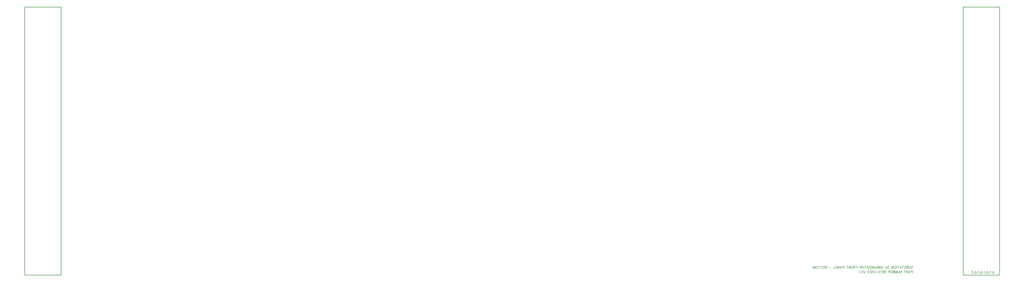
<source format=gbo>
G04 Layer: BottomSilkscreenLayer*
G04 EasyEDA v6.5.34, 2023-08-21 18:11:39*
G04 b0c215f11f5c46fba8be08c724f20454,5a6b42c53f6a479593ecc07194224c93,10*
G04 Gerber Generator version 0.2*
G04 Scale: 100 percent, Rotated: No, Reflected: No *
G04 Dimensions in millimeters *
G04 leading zeros omitted , absolute positions ,4 integer and 5 decimal *
%FSLAX45Y45*%
%MOMM*%

%ADD10C,0.2032*%
%ADD11C,0.1520*%
%ADD12C,0.2540*%

%LPD*%
D10*
X43954522Y209938D02*
G01*
X43954522Y95394D01*
X43954522Y209938D02*
G01*
X43905431Y209938D01*
X43889068Y204485D01*
X43883613Y199031D01*
X43878159Y188122D01*
X43878159Y171757D01*
X43883613Y160849D01*
X43889068Y155394D01*
X43905431Y149938D01*
X43954522Y149938D01*
X43798523Y209938D02*
G01*
X43842157Y95394D01*
X43798523Y209938D02*
G01*
X43754885Y95394D01*
X43825795Y133576D02*
G01*
X43771251Y133576D01*
X43718886Y209938D02*
G01*
X43718886Y95394D01*
X43718886Y209938D02*
G01*
X43669795Y209938D01*
X43653433Y204485D01*
X43647977Y199031D01*
X43642522Y188122D01*
X43642522Y177213D01*
X43647977Y166303D01*
X43653433Y160849D01*
X43669795Y155394D01*
X43718886Y155394D01*
X43680705Y155394D02*
G01*
X43642522Y95394D01*
X43568340Y209938D02*
G01*
X43568340Y95394D01*
X43606521Y209938D02*
G01*
X43530159Y209938D01*
X43410159Y209938D02*
G01*
X43410159Y95394D01*
X43410159Y209938D02*
G01*
X43333797Y95394D01*
X43333797Y209938D02*
G01*
X43333797Y95394D01*
X43297795Y209938D02*
G01*
X43297795Y128122D01*
X43292341Y111757D01*
X43281432Y100849D01*
X43265069Y95394D01*
X43254160Y95394D01*
X43237795Y100849D01*
X43226888Y111757D01*
X43221432Y128122D01*
X43221432Y209938D01*
X43185433Y209938D02*
G01*
X43185433Y95394D01*
X43185433Y209938D02*
G01*
X43141795Y95394D01*
X43098161Y209938D02*
G01*
X43141795Y95394D01*
X43098161Y209938D02*
G01*
X43098161Y95394D01*
X43062159Y209938D02*
G01*
X43062159Y95394D01*
X43062159Y209938D02*
G01*
X43013068Y209938D01*
X42996705Y204485D01*
X42991252Y199031D01*
X42985796Y188122D01*
X42985796Y177213D01*
X42991252Y166303D01*
X42996705Y160849D01*
X43013068Y155394D01*
X43062159Y155394D02*
G01*
X43013068Y155394D01*
X42996705Y149938D01*
X42991252Y144485D01*
X42985796Y133576D01*
X42985796Y117213D01*
X42991252Y106304D01*
X42996705Y100849D01*
X43013068Y95394D01*
X43062159Y95394D01*
X42949797Y209938D02*
G01*
X42949797Y95394D01*
X42949797Y209938D02*
G01*
X42878888Y209938D01*
X42949797Y155394D02*
G01*
X42906160Y155394D01*
X42949797Y95394D02*
G01*
X42878888Y95394D01*
X42842888Y209938D02*
G01*
X42842888Y95394D01*
X42842888Y209938D02*
G01*
X42793798Y209938D01*
X42777432Y204485D01*
X42771979Y199031D01*
X42766523Y188122D01*
X42766523Y177213D01*
X42771979Y166303D01*
X42777432Y160849D01*
X42793798Y155394D01*
X42842888Y155394D01*
X42804707Y155394D02*
G01*
X42766523Y95394D01*
X42646523Y188122D02*
G01*
X42635614Y193575D01*
X42619251Y209938D01*
X42619251Y95394D01*
X42555980Y209938D02*
G01*
X42572343Y204485D01*
X42577796Y193575D01*
X42577796Y182666D01*
X42572343Y171757D01*
X42561433Y166303D01*
X42539615Y160849D01*
X42523252Y155394D01*
X42512343Y144485D01*
X42506889Y133576D01*
X42506889Y117213D01*
X42512343Y106304D01*
X42517796Y100849D01*
X42534161Y95394D01*
X42555980Y95394D01*
X42572343Y100849D01*
X42577796Y106304D01*
X42583252Y117213D01*
X42583252Y133576D01*
X42577796Y144485D01*
X42566889Y155394D01*
X42550524Y160849D01*
X42528705Y166303D01*
X42517796Y171757D01*
X42512343Y182666D01*
X42512343Y193575D01*
X42517796Y204485D01*
X42534161Y209938D01*
X42555980Y209938D01*
X42394525Y209938D02*
G01*
X42449071Y95394D01*
X42470887Y209938D02*
G01*
X42394525Y209938D01*
X42325798Y209938D02*
G01*
X42342160Y204485D01*
X42353069Y188122D01*
X42358525Y160849D01*
X42358525Y144485D01*
X42353069Y117213D01*
X42342160Y100849D01*
X42325798Y95394D01*
X42314888Y95394D01*
X42298526Y100849D01*
X42287616Y117213D01*
X42282160Y144485D01*
X42282160Y160849D01*
X42287616Y188122D01*
X42298526Y204485D01*
X42314888Y209938D01*
X42325798Y209938D01*
X42246161Y144485D02*
G01*
X42147980Y144485D01*
X42079252Y209938D02*
G01*
X42095615Y204485D01*
X42106524Y188122D01*
X42111980Y160849D01*
X42111980Y144485D01*
X42106524Y117213D01*
X42095615Y100849D01*
X42079252Y95394D01*
X42068343Y95394D01*
X42051980Y100849D01*
X42041071Y117213D01*
X42035615Y144485D01*
X42035615Y160849D01*
X42041071Y188122D01*
X42051980Y204485D01*
X42068343Y209938D01*
X42079252Y209938D01*
X41999616Y188122D02*
G01*
X41988706Y193575D01*
X41972344Y209938D01*
X41972344Y95394D01*
X41903616Y209938D02*
G01*
X41919979Y204485D01*
X41930888Y188122D01*
X41936344Y160849D01*
X41936344Y144485D01*
X41930888Y117213D01*
X41919979Y100849D01*
X41903616Y95394D01*
X41892707Y95394D01*
X41876345Y100849D01*
X41865435Y117213D01*
X41859979Y144485D01*
X41859979Y160849D01*
X41865435Y188122D01*
X41876345Y204485D01*
X41892707Y209938D01*
X41903616Y209938D01*
X41813071Y209938D02*
G01*
X41753071Y209938D01*
X41785799Y166303D01*
X41769436Y166303D01*
X41758527Y160849D01*
X41753071Y155394D01*
X41747617Y139031D01*
X41747617Y128122D01*
X41753071Y111757D01*
X41763980Y100849D01*
X41780345Y95394D01*
X41796708Y95394D01*
X41813071Y100849D01*
X41818526Y106304D01*
X41823980Y117213D01*
X41627618Y209938D02*
G01*
X41583980Y95394D01*
X41540346Y209938D02*
G01*
X41583980Y95394D01*
X41471618Y209938D02*
G01*
X41487981Y204485D01*
X41498890Y188122D01*
X41504344Y160849D01*
X41504344Y144485D01*
X41498890Y117213D01*
X41487981Y100849D01*
X41471618Y95394D01*
X41460709Y95394D01*
X41444344Y100849D01*
X41433437Y117213D01*
X41427981Y144485D01*
X41427981Y160849D01*
X41433437Y188122D01*
X41444344Y204485D01*
X41460709Y209938D01*
X41471618Y209938D01*
X41386526Y122666D02*
G01*
X41391982Y117213D01*
X41386526Y111757D01*
X41381072Y117213D01*
X41386526Y122666D01*
X41345073Y188122D02*
G01*
X41334164Y193575D01*
X41317799Y209938D01*
X41317799Y95394D01*
X43890773Y422150D02*
G01*
X43901682Y433059D01*
X43918045Y438513D01*
X43939863Y438513D01*
X43956226Y433059D01*
X43967135Y422150D01*
X43967135Y411241D01*
X43961682Y400331D01*
X43956226Y394878D01*
X43945317Y389423D01*
X43912589Y378513D01*
X43901682Y373059D01*
X43896226Y367606D01*
X43890773Y356697D01*
X43890773Y340332D01*
X43901682Y329423D01*
X43918045Y323969D01*
X43939863Y323969D01*
X43956226Y329423D01*
X43967135Y340332D01*
X43854771Y438513D02*
G01*
X43854771Y356697D01*
X43849317Y340332D01*
X43838408Y329423D01*
X43822045Y323969D01*
X43811136Y323969D01*
X43794771Y329423D01*
X43783864Y340332D01*
X43778408Y356697D01*
X43778408Y438513D01*
X43742409Y438513D02*
G01*
X43742409Y323969D01*
X43742409Y438513D02*
G01*
X43693318Y438513D01*
X43676953Y433059D01*
X43671500Y427606D01*
X43666046Y416697D01*
X43666046Y405787D01*
X43671500Y394878D01*
X43676953Y389423D01*
X43693318Y383969D01*
X43742409Y383969D02*
G01*
X43693318Y383969D01*
X43676953Y378513D01*
X43671500Y373059D01*
X43666046Y362150D01*
X43666046Y345787D01*
X43671500Y334878D01*
X43676953Y329423D01*
X43693318Y323969D01*
X43742409Y323969D01*
X43553682Y422150D02*
G01*
X43564591Y433059D01*
X43580954Y438513D01*
X43602772Y438513D01*
X43619136Y433059D01*
X43630044Y422150D01*
X43630044Y411241D01*
X43624591Y400331D01*
X43619136Y394878D01*
X43608226Y389423D01*
X43575500Y378513D01*
X43564591Y373059D01*
X43559135Y367606D01*
X43553682Y356697D01*
X43553682Y340332D01*
X43564591Y329423D01*
X43580954Y323969D01*
X43602772Y323969D01*
X43619136Y329423D01*
X43630044Y340332D01*
X43479501Y438513D02*
G01*
X43479501Y323969D01*
X43517682Y438513D02*
G01*
X43441317Y438513D01*
X43361683Y438513D02*
G01*
X43405318Y323969D01*
X43361683Y438513D02*
G01*
X43318046Y323969D01*
X43388955Y362150D02*
G01*
X43334409Y362150D01*
X43243865Y438513D02*
G01*
X43243865Y323969D01*
X43282047Y438513D02*
G01*
X43205681Y438513D01*
X43169682Y438513D02*
G01*
X43169682Y323969D01*
X43100955Y438513D02*
G01*
X43111864Y433059D01*
X43122773Y422150D01*
X43128227Y411241D01*
X43133683Y394878D01*
X43133683Y367606D01*
X43128227Y351241D01*
X43122773Y340332D01*
X43111864Y329423D01*
X43100955Y323969D01*
X43079136Y323969D01*
X43068227Y329423D01*
X43057320Y340332D01*
X43051864Y351241D01*
X43046411Y367606D01*
X43046411Y394878D01*
X43051864Y411241D01*
X43057320Y422150D01*
X43068227Y433059D01*
X43079136Y438513D01*
X43100955Y438513D01*
X43010409Y438513D02*
G01*
X43010409Y323969D01*
X43010409Y438513D02*
G01*
X42934046Y323969D01*
X42934046Y438513D02*
G01*
X42934046Y323969D01*
X42803137Y438513D02*
G01*
X42743137Y438513D01*
X42775865Y394878D01*
X42759502Y394878D01*
X42748593Y389423D01*
X42743137Y383969D01*
X42737684Y367606D01*
X42737684Y356697D01*
X42743137Y340332D01*
X42754047Y329423D01*
X42770409Y323969D01*
X42786774Y323969D01*
X42803137Y329423D01*
X42808593Y334878D01*
X42814046Y345787D01*
X42701684Y438513D02*
G01*
X42701684Y356697D01*
X42696229Y340332D01*
X42685319Y329423D01*
X42668957Y323969D01*
X42658047Y323969D01*
X42641685Y329423D01*
X42630775Y340332D01*
X42625319Y356697D01*
X42625319Y438513D01*
X42461685Y438513D02*
G01*
X42505320Y323969D01*
X42461685Y438513D02*
G01*
X42418048Y323969D01*
X42488957Y362150D02*
G01*
X42434410Y362150D01*
X42382048Y438513D02*
G01*
X42382048Y323969D01*
X42382048Y438513D02*
G01*
X42305683Y323969D01*
X42305683Y438513D02*
G01*
X42305683Y323969D01*
X42269684Y438513D02*
G01*
X42269684Y323969D01*
X42269684Y438513D02*
G01*
X42193321Y323969D01*
X42193321Y438513D02*
G01*
X42193321Y323969D01*
X42157322Y438513D02*
G01*
X42157322Y356697D01*
X42151866Y340332D01*
X42140957Y329423D01*
X42124594Y323969D01*
X42113685Y323969D01*
X42097322Y329423D01*
X42086413Y340332D01*
X42080957Y356697D01*
X42080957Y438513D01*
X42044957Y438513D02*
G01*
X42044957Y323969D01*
X42044957Y438513D02*
G01*
X41968595Y323969D01*
X41968595Y438513D02*
G01*
X41968595Y323969D01*
X41850777Y411241D02*
G01*
X41856230Y422150D01*
X41867140Y433059D01*
X41878049Y438513D01*
X41899867Y438513D01*
X41910777Y433059D01*
X41921686Y422150D01*
X41927139Y411241D01*
X41932593Y394878D01*
X41932593Y367606D01*
X41927139Y351241D01*
X41921686Y340332D01*
X41910777Y329423D01*
X41899867Y323969D01*
X41878049Y323969D01*
X41867140Y329423D01*
X41856230Y340332D01*
X41850777Y351241D01*
X41814775Y438513D02*
G01*
X41814775Y323969D01*
X41735141Y438513D02*
G01*
X41778775Y323969D01*
X41735141Y438513D02*
G01*
X41691504Y323969D01*
X41762413Y362150D02*
G01*
X41707866Y362150D01*
X41617323Y438513D02*
G01*
X41617323Y323969D01*
X41655504Y438513D02*
G01*
X41579139Y438513D01*
X41510412Y438513D02*
G01*
X41521321Y433059D01*
X41532230Y422150D01*
X41537686Y411241D01*
X41543140Y394878D01*
X41543140Y367606D01*
X41537686Y351241D01*
X41532230Y340332D01*
X41521321Y329423D01*
X41510412Y323969D01*
X41488596Y323969D01*
X41477686Y329423D01*
X41466777Y340332D01*
X41461321Y351241D01*
X41455868Y367606D01*
X41455868Y394878D01*
X41461321Y411241D01*
X41466777Y422150D01*
X41477686Y433059D01*
X41488596Y438513D01*
X41510412Y438513D01*
X41419868Y438513D02*
G01*
X41419868Y323969D01*
X41419868Y438513D02*
G01*
X41370778Y438513D01*
X41354413Y433059D01*
X41348959Y427606D01*
X41343503Y416697D01*
X41343503Y405787D01*
X41348959Y394878D01*
X41354413Y389423D01*
X41370778Y383969D01*
X41419868Y383969D01*
X41381687Y383969D02*
G01*
X41343503Y323969D01*
X41223504Y438513D02*
G01*
X41223504Y323969D01*
X41223504Y438513D02*
G01*
X41152594Y438513D01*
X41223504Y383969D02*
G01*
X41179869Y383969D01*
X41116595Y438513D02*
G01*
X41116595Y323969D01*
X41116595Y438513D02*
G01*
X41067504Y438513D01*
X41051142Y433059D01*
X41045686Y427606D01*
X41040232Y416697D01*
X41040232Y405787D01*
X41045686Y394878D01*
X41051142Y389423D01*
X41067504Y383969D01*
X41116595Y383969D01*
X41078414Y383969D02*
G01*
X41040232Y323969D01*
X40971505Y438513D02*
G01*
X40982414Y433059D01*
X40993324Y422150D01*
X40998777Y411241D01*
X41004233Y394878D01*
X41004233Y367606D01*
X40998777Y351241D01*
X40993324Y340332D01*
X40982414Y329423D01*
X40971505Y323969D01*
X40949686Y323969D01*
X40938777Y329423D01*
X40927868Y340332D01*
X40922414Y351241D01*
X40916959Y367606D01*
X40916959Y394878D01*
X40922414Y411241D01*
X40927868Y422150D01*
X40938777Y433059D01*
X40949686Y438513D01*
X40971505Y438513D01*
X40880959Y438513D02*
G01*
X40880959Y323969D01*
X40880959Y438513D02*
G01*
X40804597Y323969D01*
X40804597Y438513D02*
G01*
X40804597Y323969D01*
X40730413Y438513D02*
G01*
X40730413Y323969D01*
X40768597Y438513D02*
G01*
X40692232Y438513D01*
X40572232Y438513D02*
G01*
X40572232Y323969D01*
X40572232Y438513D02*
G01*
X40523142Y438513D01*
X40506779Y433059D01*
X40501323Y427606D01*
X40495870Y416697D01*
X40495870Y400331D01*
X40501323Y389423D01*
X40506779Y383969D01*
X40523142Y378513D01*
X40572232Y378513D01*
X40416233Y438513D02*
G01*
X40459870Y323969D01*
X40416233Y438513D02*
G01*
X40372596Y323969D01*
X40443505Y362150D02*
G01*
X40388961Y362150D01*
X40336597Y438513D02*
G01*
X40336597Y323969D01*
X40336597Y438513D02*
G01*
X40260234Y323969D01*
X40260234Y438513D02*
G01*
X40260234Y323969D01*
X40224235Y438513D02*
G01*
X40224235Y323969D01*
X40224235Y438513D02*
G01*
X40153325Y438513D01*
X40224235Y383969D02*
G01*
X40180597Y383969D01*
X40224235Y323969D02*
G01*
X40153325Y323969D01*
X40117326Y438513D02*
G01*
X40117326Y323969D01*
X40117326Y323969D02*
G01*
X40051870Y323969D01*
X39931870Y373059D02*
G01*
X39833689Y373059D01*
X39713689Y438513D02*
G01*
X39713689Y323969D01*
X39713689Y438513D02*
G01*
X39664599Y438513D01*
X39648234Y433059D01*
X39642780Y427606D01*
X39637327Y416697D01*
X39637327Y405787D01*
X39642780Y394878D01*
X39648234Y389423D01*
X39664599Y383969D01*
X39713689Y383969D02*
G01*
X39664599Y383969D01*
X39648234Y378513D01*
X39642780Y373059D01*
X39637327Y362150D01*
X39637327Y345787D01*
X39642780Y334878D01*
X39648234Y329423D01*
X39664599Y323969D01*
X39713689Y323969D01*
X39568600Y438513D02*
G01*
X39579509Y433059D01*
X39590416Y422150D01*
X39595872Y411241D01*
X39601325Y394878D01*
X39601325Y367606D01*
X39595872Y351241D01*
X39590416Y340332D01*
X39579509Y329423D01*
X39568600Y323969D01*
X39546781Y323969D01*
X39535872Y329423D01*
X39524962Y340332D01*
X39519509Y351241D01*
X39514053Y367606D01*
X39514053Y394878D01*
X39519509Y411241D01*
X39524962Y422150D01*
X39535872Y433059D01*
X39546781Y438513D01*
X39568600Y438513D01*
X39439872Y438513D02*
G01*
X39439872Y323969D01*
X39478054Y438513D02*
G01*
X39401691Y438513D01*
X39327508Y438513D02*
G01*
X39327508Y323969D01*
X39365689Y438513D02*
G01*
X39289327Y438513D01*
X39220599Y438513D02*
G01*
X39231509Y433059D01*
X39242418Y422150D01*
X39247871Y411241D01*
X39253327Y394878D01*
X39253327Y367606D01*
X39247871Y351241D01*
X39242418Y340332D01*
X39231509Y329423D01*
X39220599Y323969D01*
X39198781Y323969D01*
X39187871Y329423D01*
X39176962Y340332D01*
X39171509Y351241D01*
X39166055Y367606D01*
X39166055Y394878D01*
X39171509Y411241D01*
X39176962Y422150D01*
X39187871Y433059D01*
X39198781Y438513D01*
X39220599Y438513D01*
X39130053Y438513D02*
G01*
X39130053Y323969D01*
X39130053Y438513D02*
G01*
X39086419Y323969D01*
X39042781Y438513D02*
G01*
X39086419Y323969D01*
X39042781Y438513D02*
G01*
X39042781Y323969D01*
D11*
X47974143Y191551D02*
G01*
X47974143Y108424D01*
X47979340Y92837D01*
X47984534Y87642D01*
X47994925Y82448D01*
X48005316Y82448D01*
X48015707Y87642D01*
X48020904Y92837D01*
X48026099Y108424D01*
X48026099Y118816D01*
X47939853Y191551D02*
G01*
X47939853Y82448D01*
X47939853Y82448D02*
G01*
X47877509Y82448D01*
X47765286Y165574D02*
G01*
X47770483Y175966D01*
X47780874Y186357D01*
X47791263Y191551D01*
X47812045Y191551D01*
X47822436Y186357D01*
X47832827Y175966D01*
X47838024Y165574D01*
X47843219Y149987D01*
X47843219Y124010D01*
X47838024Y108424D01*
X47832827Y98033D01*
X47822436Y87642D01*
X47812045Y82448D01*
X47791263Y82448D01*
X47780874Y87642D01*
X47770483Y98033D01*
X47765286Y108424D01*
X47679043Y191551D02*
G01*
X47679043Y108424D01*
X47684237Y92837D01*
X47689434Y87642D01*
X47699823Y82448D01*
X47710214Y82448D01*
X47720605Y87642D01*
X47725802Y92837D01*
X47730996Y108424D01*
X47730996Y118816D01*
X47644753Y191551D02*
G01*
X47644753Y82448D01*
X47644753Y82448D02*
G01*
X47582406Y82448D01*
X47470184Y165574D02*
G01*
X47475381Y175966D01*
X47485772Y186357D01*
X47496163Y191551D01*
X47516943Y191551D01*
X47527334Y186357D01*
X47537725Y175966D01*
X47542922Y165574D01*
X47548116Y149987D01*
X47548116Y124010D01*
X47542922Y108424D01*
X47537725Y98033D01*
X47527334Y87642D01*
X47516943Y82448D01*
X47496163Y82448D01*
X47485772Y87642D01*
X47475381Y98033D01*
X47470184Y108424D01*
X47383941Y191551D02*
G01*
X47383941Y108424D01*
X47389135Y92837D01*
X47394332Y87642D01*
X47404723Y82448D01*
X47415114Y82448D01*
X47425503Y87642D01*
X47430700Y92837D01*
X47435894Y108424D01*
X47435894Y118816D01*
X47349651Y191551D02*
G01*
X47349651Y82448D01*
X47349651Y82448D02*
G01*
X47287304Y82448D01*
X47175084Y165574D02*
G01*
X47180279Y175966D01*
X47190670Y186357D01*
X47201061Y191551D01*
X47221843Y191551D01*
X47232234Y186357D01*
X47242623Y175966D01*
X47247820Y165574D01*
X47253014Y149987D01*
X47253014Y124010D01*
X47247820Y108424D01*
X47242623Y98033D01*
X47232234Y87642D01*
X47221843Y82448D01*
X47201061Y82448D01*
X47190670Y87642D01*
X47180279Y98033D01*
X47175084Y108424D01*
X47088839Y191551D02*
G01*
X47088839Y108424D01*
X47094033Y92837D01*
X47099230Y87642D01*
X47109621Y82448D01*
X47120012Y82448D01*
X47130403Y87642D01*
X47135597Y92837D01*
X47140794Y108424D01*
X47140794Y118816D01*
X47054549Y191551D02*
G01*
X47054549Y82448D01*
X47054549Y82448D02*
G01*
X46992204Y82448D01*
X46879982Y165574D02*
G01*
X46885176Y175966D01*
X46895567Y186357D01*
X46905959Y191551D01*
X46926741Y191551D01*
X46937132Y186357D01*
X46947523Y175966D01*
X46952717Y165574D01*
X46957914Y149987D01*
X46957914Y124010D01*
X46952717Y108424D01*
X46947523Y98033D01*
X46937132Y87642D01*
X46926741Y82448D01*
X46905959Y82448D01*
X46895567Y87642D01*
X46885176Y98033D01*
X46879982Y108424D01*
D12*
X0Y13299973D02*
G01*
X1799996Y13299973D01*
X1799996Y0D01*
X0Y0D01*
X0Y13299973D01*
X46463991Y13296900D02*
G01*
X48263987Y13296900D01*
X48263987Y-3073D01*
X46463991Y-3073D01*
X46463991Y13296900D01*
M02*

</source>
